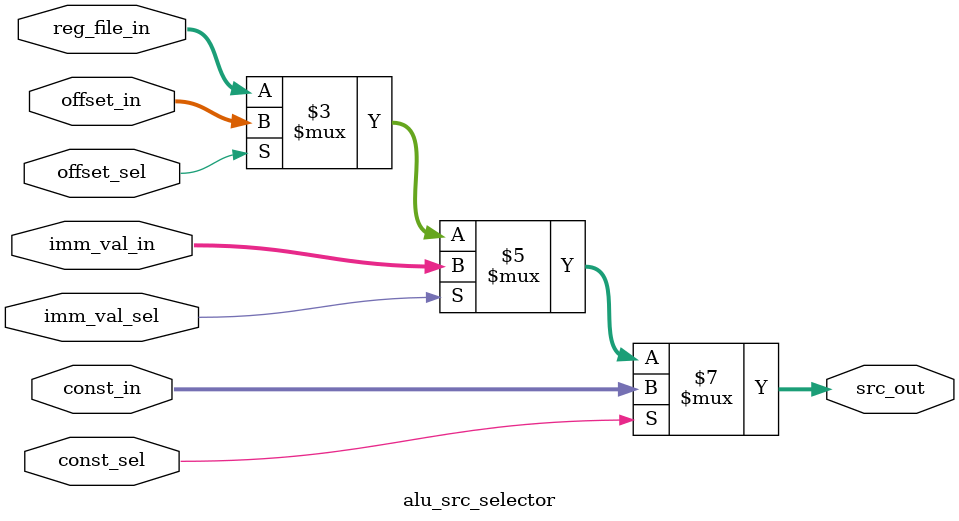
<source format=sv>
`timescale 1ns / 1ps


module alu_src_selector
#(
	parameter WORD_SIZE = 16
 )
(
	input wire const_sel, imm_val_sel, offset_sel,
	input wire[WORD_SIZE-1:0] reg_file_in, const_in, imm_val_in, offset_in,
	output reg[WORD_SIZE-1:0] src_out
);

	always @ (*) begin
		case (1'b1) 
			const_sel:
				src_out <= const_in;
			imm_val_sel:
				src_out <= imm_val_in;
			offset_sel:
				src_out <= offset_in;
			default:
				src_out <= reg_file_in;
		endcase
	end

endmodule

</source>
